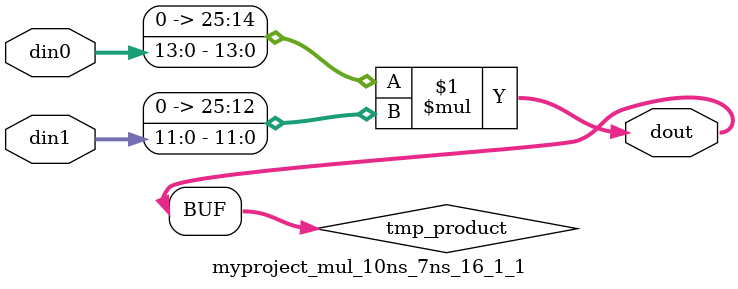
<source format=v>

`timescale 1 ns / 1 ps

 module myproject_mul_10ns_7ns_16_1_1(din0, din1, dout);
parameter ID = 1;
parameter NUM_STAGE = 0;
parameter din0_WIDTH = 14;
parameter din1_WIDTH = 12;
parameter dout_WIDTH = 26;

input [din0_WIDTH - 1 : 0] din0; 
input [din1_WIDTH - 1 : 0] din1; 
output [dout_WIDTH - 1 : 0] dout;

wire signed [dout_WIDTH - 1 : 0] tmp_product;
























assign tmp_product = $signed({1'b0, din0}) * $signed({1'b0, din1});











assign dout = tmp_product;





















endmodule

</source>
